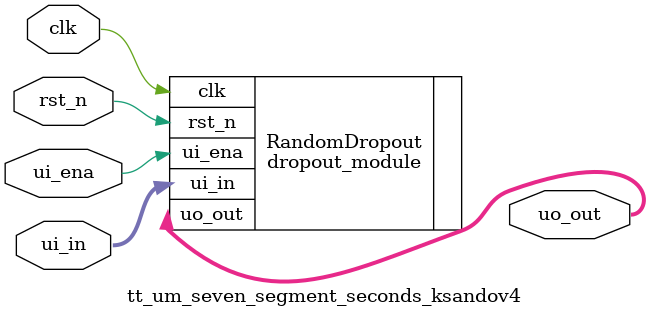
<source format=v>
`default_nettype none

module tt_um_seven_segment_seconds_ksandov4 (
    input wire clk,      // Clock signal
    input wire rst_n,    // Reset signal
    input wire ui_ena,   // Enable signal used to determine if dropout should occur
    input wire [7:0] ui_in, // Data input for 8 neurons
    output wire [7:0] uo_out // Data output for 8 neurons
     // Output enable for 8 neurons
);

dropout_module RandomDropout (
    .clk(clk),        // Connect clk from top module to dropout module
    .rst_n(rst_n),    // Connect rst_n from top module to dropout module
    .ui_ena(ui_ena),  // Connect ui_ena from top module to dropout module
    .ui_in(ui_in),    // Connect ui_in from top module to dropout module
    .uo_out(uo_out)   // Connect uo_out from dropout module to uo_out in the top module
);

endmodule
// module tt_um_seven_segment_seconds #(
//     parameter MAX_COUNT = 24'd10_000_000
// ) (
//     input wire [7:0] ui_in,    // Dedicated inputs - connected to the input switches
//     output wire [7:0] uo_out,   // Dedicated outputs - connected to the 7 segment display
//     input wire [7:0] uio_in,   // IOs: Bidirectional Input path
//     output wire [7:0] uio_out,  // IOs: Bidirectional Output path
//     output wire [7:0] uio_oe,   // IOs: Bidirectional Enable path (active high: 0=input, 1=output)
//     input wire ena,      // will go high when the design is enabled
//     input wire clk,      // clock
//     input wire rst_n     // reset_n - low to reset
// );

// wire [7:0] dropoutdataout [0:7]; // Declare an array of wires to hold the dropout output
// wire [7:0] datain [0:7]; // Declare an array of wires to connect to datain

// assign datain[0] = ui_in;
// assign datain[1] = ui_in;
// assign datain[2] = ui_in;
// assign datain[3] = ui_in;
// assign datain[4] = ui_in;
// assign datain[5] = ui_in;
// assign datain[6] = ui_in;
// assign datain[7] = ui_in;

// RandomDropout dropout_inst (
//     .clk(clk),
//     .reset(rst_n),
//     .enable(ena),
//     .datain(datain),
//     .dataout(dropoutdataout)
// );

// assign uo_out = dropoutdataout[0]; // Connect the first neuron's dropout output to uo_out

// endmodule

</source>
